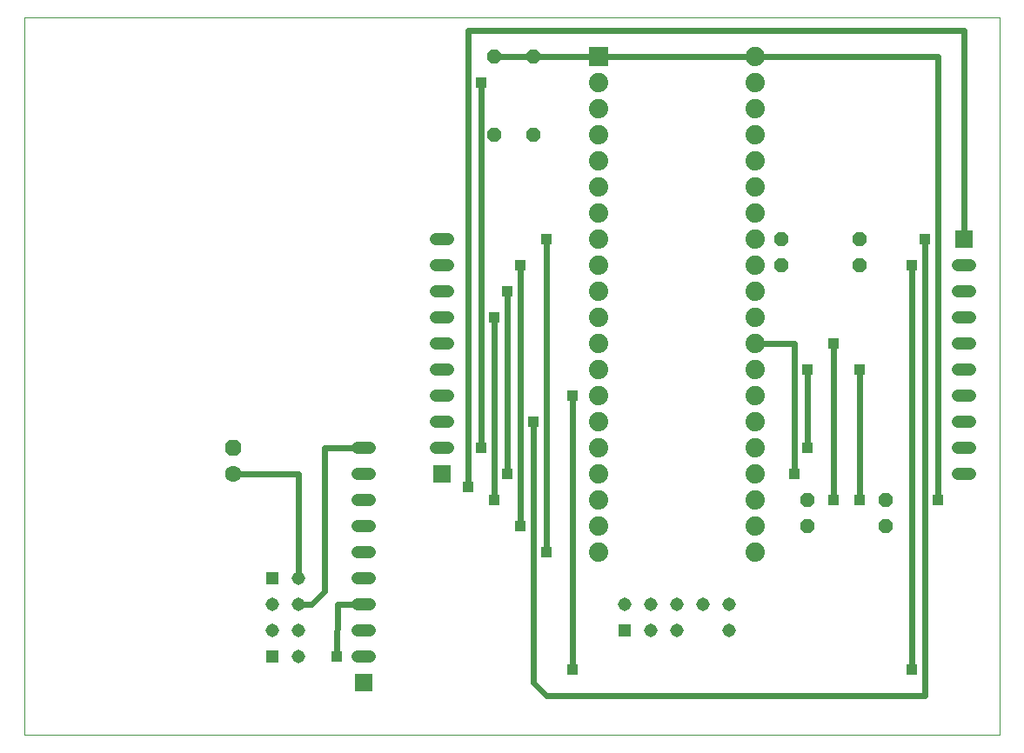
<source format=gtl>
G75*
%MOIN*%
%OFA0B0*%
%FSLAX25Y25*%
%IPPOS*%
%LPD*%
%AMOC8*
5,1,8,0,0,1.08239X$1,22.5*
%
%ADD10C,0.00000*%
%ADD11R,0.07400X0.07400*%
%ADD12C,0.07400*%
%ADD13R,0.07000X0.07000*%
%ADD14C,0.04756*%
%ADD15C,0.05150*%
%ADD16R,0.05150X0.05150*%
%ADD17C,0.06300*%
%ADD18OC8,0.06300*%
%ADD19OC8,0.05200*%
%ADD20R,0.03962X0.03962*%
%ADD21C,0.02400*%
D10*
X0001000Y0001000D02*
X0001000Y0275961D01*
X0374701Y0275961D01*
X0374701Y0001000D01*
X0001000Y0001000D01*
D11*
X0221000Y0261000D03*
D12*
X0221000Y0251000D03*
X0221000Y0241000D03*
X0221000Y0231000D03*
X0221000Y0221000D03*
X0221000Y0211000D03*
X0221000Y0201000D03*
X0221000Y0191000D03*
X0221000Y0181000D03*
X0221000Y0171000D03*
X0221000Y0161000D03*
X0221000Y0151000D03*
X0221000Y0141000D03*
X0221000Y0131000D03*
X0221000Y0121000D03*
X0221000Y0111000D03*
X0221000Y0101000D03*
X0221000Y0091000D03*
X0221000Y0081000D03*
X0221000Y0071000D03*
X0281000Y0071000D03*
X0281000Y0081000D03*
X0281000Y0091000D03*
X0281000Y0101000D03*
X0281000Y0111000D03*
X0281000Y0121000D03*
X0281000Y0131000D03*
X0281000Y0141000D03*
X0281000Y0151000D03*
X0281000Y0161000D03*
X0281000Y0171000D03*
X0281000Y0181000D03*
X0281000Y0191000D03*
X0281000Y0201000D03*
X0281000Y0211000D03*
X0281000Y0221000D03*
X0281000Y0231000D03*
X0281000Y0241000D03*
X0281000Y0251000D03*
X0281000Y0261000D03*
D13*
X0361000Y0191000D03*
X0161000Y0101000D03*
X0131000Y0021000D03*
D14*
X0128622Y0031000D02*
X0133378Y0031000D01*
X0133378Y0041000D02*
X0128622Y0041000D01*
X0128622Y0051000D02*
X0133378Y0051000D01*
X0133378Y0061000D02*
X0128622Y0061000D01*
X0128622Y0071000D02*
X0133378Y0071000D01*
X0133378Y0081000D02*
X0128622Y0081000D01*
X0128622Y0091000D02*
X0133378Y0091000D01*
X0133378Y0101000D02*
X0128622Y0101000D01*
X0128622Y0111000D02*
X0133378Y0111000D01*
X0158622Y0111000D02*
X0163378Y0111000D01*
X0163378Y0121000D02*
X0158622Y0121000D01*
X0158622Y0131000D02*
X0163378Y0131000D01*
X0163378Y0141000D02*
X0158622Y0141000D01*
X0158622Y0151000D02*
X0163378Y0151000D01*
X0163378Y0161000D02*
X0158622Y0161000D01*
X0158622Y0171000D02*
X0163378Y0171000D01*
X0163378Y0181000D02*
X0158622Y0181000D01*
X0158622Y0191000D02*
X0163378Y0191000D01*
X0358622Y0181000D02*
X0363378Y0181000D01*
X0363378Y0171000D02*
X0358622Y0171000D01*
X0358622Y0161000D02*
X0363378Y0161000D01*
X0363378Y0151000D02*
X0358622Y0151000D01*
X0358622Y0141000D02*
X0363378Y0141000D01*
X0363378Y0131000D02*
X0358622Y0131000D01*
X0358622Y0121000D02*
X0363378Y0121000D01*
X0363378Y0111000D02*
X0358622Y0111000D01*
X0358622Y0101000D02*
X0363378Y0101000D01*
D15*
X0271000Y0051000D03*
X0261000Y0051000D03*
X0251000Y0051000D03*
X0241000Y0051000D03*
X0231000Y0051000D03*
X0241000Y0041000D03*
X0251000Y0041000D03*
X0271000Y0041000D03*
X0105995Y0041197D03*
X0095995Y0041197D03*
X0105995Y0031197D03*
X0105995Y0051197D03*
X0095995Y0051197D03*
X0105995Y0061197D03*
D16*
X0095995Y0061197D03*
X0095995Y0031197D03*
X0231000Y0041000D03*
D17*
X0081000Y0101000D03*
D18*
X0081000Y0111000D03*
D19*
X0181000Y0231000D03*
X0196000Y0231000D03*
X0196000Y0261000D03*
X0181000Y0261000D03*
X0291000Y0191000D03*
X0291000Y0181000D03*
X0321000Y0181000D03*
X0321000Y0191000D03*
X0331000Y0091000D03*
X0331000Y0081000D03*
X0301000Y0081000D03*
X0301000Y0091000D03*
D20*
X0311000Y0091000D03*
X0321000Y0091000D03*
X0296000Y0101000D03*
X0301000Y0111000D03*
X0301000Y0141000D03*
X0311000Y0151000D03*
X0321000Y0141000D03*
X0341000Y0181000D03*
X0346000Y0191000D03*
X0351000Y0091000D03*
X0341000Y0026000D03*
X0211000Y0026000D03*
X0201000Y0071000D03*
X0191000Y0081000D03*
X0181000Y0091000D03*
X0171000Y0096000D03*
X0186000Y0101000D03*
X0176000Y0111000D03*
X0196000Y0121000D03*
X0211000Y0131000D03*
X0181000Y0161000D03*
X0186000Y0171000D03*
X0191000Y0181000D03*
X0201000Y0191000D03*
X0176000Y0251000D03*
X0120803Y0031197D03*
D21*
X0121000Y0051000D01*
X0131000Y0051000D01*
X0116000Y0056000D02*
X0111000Y0051000D01*
X0106192Y0051000D01*
X0105995Y0051197D01*
X0116000Y0056000D02*
X0116000Y0111000D01*
X0131000Y0111000D01*
X0106000Y0101000D02*
X0081000Y0101000D01*
X0105995Y0100995D02*
X0106000Y0101000D01*
X0105995Y0100995D02*
X0105995Y0061197D01*
X0171000Y0096000D02*
X0171000Y0271000D01*
X0361000Y0271000D01*
X0361000Y0191000D01*
X0346000Y0191000D02*
X0346000Y0016000D01*
X0201000Y0016000D01*
X0196000Y0021000D01*
X0196000Y0121000D01*
X0211000Y0131000D02*
X0211000Y0026000D01*
X0201000Y0071000D02*
X0201000Y0191000D01*
X0191000Y0181000D02*
X0191000Y0081000D01*
X0181000Y0091000D02*
X0181000Y0161000D01*
X0186000Y0171000D02*
X0186000Y0101000D01*
X0176000Y0111000D02*
X0176000Y0251000D01*
X0181000Y0261000D02*
X0196000Y0261000D01*
X0221000Y0261000D01*
X0281000Y0261000D01*
X0351000Y0261000D01*
X0351000Y0091000D01*
X0321000Y0091000D02*
X0321000Y0141000D01*
X0311000Y0151000D02*
X0311000Y0091000D01*
X0296000Y0101000D02*
X0296000Y0151000D01*
X0281000Y0151000D01*
X0301000Y0141000D02*
X0301000Y0111000D01*
X0341000Y0181000D02*
X0341000Y0026000D01*
M02*

</source>
